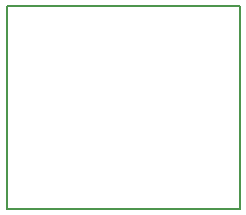
<source format=gko>
G04 #@! TF.GenerationSoftware,KiCad,Pcbnew,5.0.1*
G04 #@! TF.CreationDate,2018-12-27T15:12:00+01:00*
G04 #@! TF.ProjectId,6dBSplitter,36644253706C69747465722E6B696361,rev?*
G04 #@! TF.SameCoordinates,Original*
G04 #@! TF.FileFunction,Profile,NP*
%FSLAX46Y46*%
G04 Gerber Fmt 4.6, Leading zero omitted, Abs format (unit mm)*
G04 Created by KiCad (PCBNEW 5.0.1) date Do 27 Dez 2018 15:12:00 CET*
%MOMM*%
%LPD*%
G01*
G04 APERTURE LIST*
%ADD10C,0.200000*%
G04 APERTURE END LIST*
D10*
X111760000Y-106045000D02*
X111760000Y-88900000D01*
X131445000Y-106045000D02*
X111760000Y-106045000D01*
X131445000Y-88900000D02*
X131445000Y-106045000D01*
X111760000Y-88900000D02*
X131445000Y-88900000D01*
M02*

</source>
